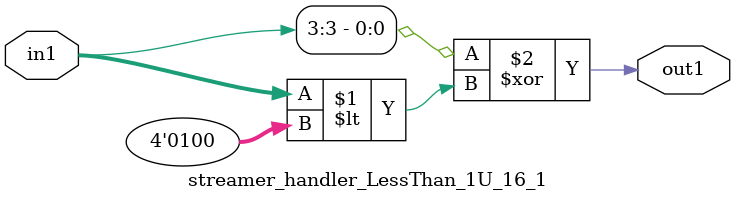
<source format=v>

`timescale 1ps / 1ps


module streamer_handler_LessThan_1U_16_1( in1, out1 );

    input [3:0] in1;
    output out1;

    
    // rtl_process:qkt_macro_handler_hub_LessThan_1U_35_1/qkt_macro_handler_hub_LessThan_1U_35_1_thread_1
    assign out1 = (in1[3] ^ in1 < 4'd04);

endmodule





</source>
